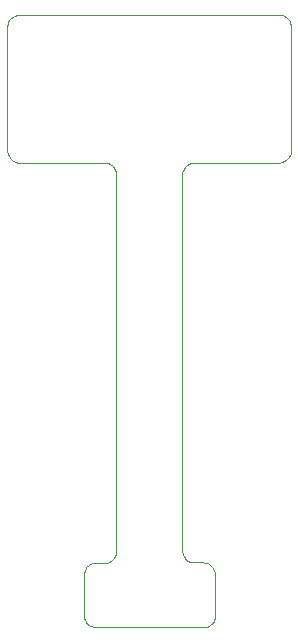
<source format=gbr>
%TF.GenerationSoftware,KiCad,Pcbnew,9.0.2*%
%TF.CreationDate,2026-01-15T08:15:22+01:00*%
%TF.ProjectId,Needle,4e656564-6c65-42e6-9b69-6361645f7063,rev?*%
%TF.SameCoordinates,Original*%
%TF.FileFunction,Profile,NP*%
%FSLAX46Y46*%
G04 Gerber Fmt 4.6, Leading zero omitted, Abs format (unit mm)*
G04 Created by KiCad (PCBNEW 9.0.2) date 2026-01-15 08:15:22*
%MOMM*%
%LPD*%
G01*
G04 APERTURE LIST*
%TA.AperFunction,Profile*%
%ADD10C,0.050000*%
%TD*%
G04 APERTURE END LIST*
D10*
X148210000Y-42510000D02*
X148320000Y-42540000D01*
X148460000Y-42600000D01*
X148590000Y-42680000D01*
X148707106Y-42792893D01*
X148800000Y-42900000D01*
X148890000Y-43030000D01*
X148950000Y-43170000D01*
X148990000Y-43320000D01*
X149000000Y-43500000D01*
X149000000Y-54060000D01*
X148970000Y-54240000D01*
X148920000Y-54390000D01*
X148860000Y-54520000D01*
X148770000Y-54650000D01*
X148630000Y-54770000D01*
X148430000Y-54900000D01*
X148220000Y-54970000D01*
X148000000Y-54999999D01*
X140800000Y-55000034D01*
X140660000Y-55010000D01*
X140540000Y-55040000D01*
X140390000Y-55100000D01*
X140230000Y-55190000D01*
X140100004Y-55292894D01*
X140020000Y-55390000D01*
X139920000Y-55530000D01*
X139850000Y-55690000D01*
X139820000Y-55830000D01*
X139807108Y-56000000D01*
X139810000Y-87840000D01*
X139810000Y-87970000D01*
X139840000Y-88070000D01*
X139870000Y-88200000D01*
X139930000Y-88340000D01*
X140030000Y-88490000D01*
X140130000Y-88610000D01*
X140310000Y-88730000D01*
X140460000Y-88800000D01*
X140640000Y-88840000D01*
X140800000Y-88850000D01*
X141530000Y-88850000D01*
X141630000Y-88860000D01*
X141750000Y-88880000D01*
X141840000Y-88900000D01*
X141950000Y-88940000D01*
X142040000Y-88980000D01*
X142120000Y-89030000D01*
X142190000Y-89080000D01*
X142250000Y-89130000D01*
X142320000Y-89200000D01*
X142390000Y-89290000D01*
X142440000Y-89380000D01*
X142480000Y-89460000D01*
X142520000Y-89550000D01*
X142550000Y-89630000D01*
X142570000Y-89730000D01*
X142572893Y-89857894D01*
X142590000Y-93330000D01*
X142580000Y-93420000D01*
X142560000Y-93560000D01*
X142510000Y-93720000D01*
X142450000Y-93830000D01*
X142380000Y-93940000D01*
X142270000Y-94070000D01*
X142160000Y-94150000D01*
X142050000Y-94210000D01*
X141910000Y-94280000D01*
X141750000Y-94320000D01*
X141572894Y-94332894D01*
X132490000Y-94350000D01*
X132420000Y-94340000D01*
X132320000Y-94320000D01*
X132220000Y-94290000D01*
X132140000Y-94260000D01*
X132030000Y-94210000D01*
X131950000Y-94170000D01*
X131870000Y-94120000D01*
X131775786Y-94039989D01*
X131690000Y-93930000D01*
X131620000Y-93830000D01*
X131580000Y-93750000D01*
X131540000Y-93660000D01*
X131520000Y-93600000D01*
X131490000Y-93470000D01*
X131482908Y-93332894D01*
X131482894Y-89882900D01*
X131480000Y-89800000D01*
X131500000Y-89710000D01*
X131540000Y-89560000D01*
X131570000Y-89480000D01*
X131620000Y-89380000D01*
X131680000Y-89280000D01*
X131750000Y-89190000D01*
X131830000Y-89120000D01*
X131920000Y-89050000D01*
X132010000Y-89000000D01*
X132100000Y-88960000D01*
X132180000Y-88930000D01*
X132280000Y-88900000D01*
X132482893Y-88882894D01*
X133202893Y-88882893D01*
X133330000Y-88880000D01*
X133510000Y-88860000D01*
X133630000Y-88800000D01*
X133770000Y-88720000D01*
X133930000Y-88590000D01*
X134020000Y-88470000D01*
X134110000Y-88310000D01*
X134180000Y-88140000D01*
X134200000Y-87958910D01*
X134200000Y-55920000D01*
X134190000Y-55800000D01*
X134150000Y-55640000D01*
X134060000Y-55470000D01*
X133907107Y-55292894D01*
X133720000Y-55140000D01*
X133490000Y-55040000D01*
X133200000Y-55000000D01*
X125870000Y-55000000D01*
X125730000Y-54970000D01*
X125490000Y-54870000D01*
X125292893Y-54707106D01*
X125100000Y-54450000D01*
X125020000Y-54250000D01*
X125000000Y-54000000D01*
X125000000Y-43420000D01*
X125040000Y-43250000D01*
X125090000Y-43090000D01*
X125170000Y-42940000D01*
X125300000Y-42780000D01*
X125440000Y-42680000D01*
X125560000Y-42610000D01*
X125680000Y-42560000D01*
X125810000Y-42520000D01*
X126000000Y-42500000D01*
X148070000Y-42500000D01*
X148210000Y-42510000D01*
M02*

</source>
